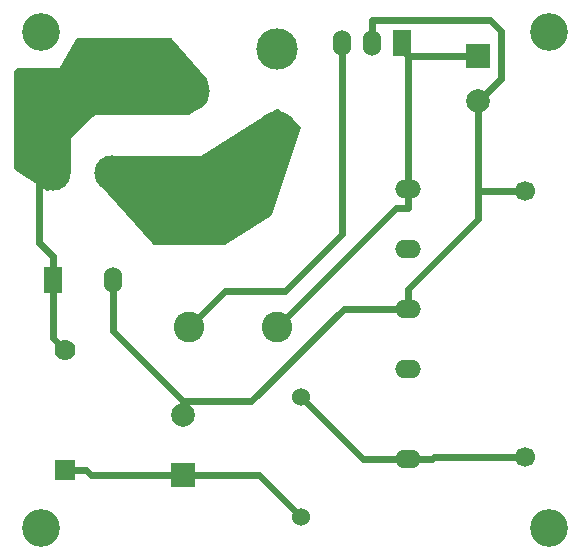
<source format=gbl>
G04 (created by PCBNEW-RS274X (2011-nov-30)-testing) date Mon 13 Aug 2012 02:38:31 PM CEST*
%MOIN*%
G04 Gerber Fmt 3.4, Leading zero omitted, Abs format*
%FSLAX34Y34*%
G01*
G70*
G90*
G04 APERTURE LIST*
%ADD10C,0.006*%
%ADD11C,0.06*%
%ADD12R,0.06X0.0866*%
%ADD13O,0.06X0.0866*%
%ADD14C,0.126*%
%ADD15C,0.1024*%
%ADD16C,0.1378*%
%ADD17C,0.07*%
%ADD18R,0.07X0.07*%
%ADD19R,0.0787X0.0787*%
%ADD20C,0.0787*%
%ADD21C,0.1181*%
%ADD22C,0.0669*%
%ADD23O,0.0866X0.06*%
%ADD24C,0.0236*%
%ADD25C,0.01*%
G04 APERTURE END LIST*
G54D10*
G54D11*
X19291Y-40583D03*
X19291Y-36583D03*
G54D12*
X22654Y-24803D03*
G54D13*
X21654Y-24803D03*
X20654Y-24803D03*
G54D14*
X10630Y-40945D03*
X27559Y-40945D03*
G54D15*
X18504Y-34252D03*
G54D16*
X18504Y-27756D03*
X18504Y-25000D03*
X15551Y-26378D03*
G54D15*
X15551Y-34252D03*
G54D17*
X11417Y-35008D03*
G54D18*
X11417Y-39008D03*
G54D19*
X25197Y-25234D03*
G54D20*
X25197Y-26734D03*
G54D19*
X15364Y-39189D03*
G54D20*
X15354Y-37189D03*
G54D21*
X12992Y-29134D03*
X11023Y-29134D03*
G54D22*
X26772Y-38583D03*
X26772Y-29725D03*
G54D23*
X22866Y-29646D03*
X22866Y-31646D03*
X22866Y-33646D03*
X22866Y-35646D03*
X22866Y-38646D03*
G54D14*
X27559Y-24409D03*
X10630Y-24409D03*
G54D12*
X11024Y-32677D03*
G54D13*
X13024Y-32677D03*
G54D24*
X11024Y-34615D02*
X11024Y-32677D01*
X11417Y-35008D02*
X11024Y-34615D01*
X10577Y-31440D02*
X11024Y-31887D01*
X10577Y-28797D02*
X10577Y-31440D01*
X11024Y-32677D02*
X11024Y-31887D01*
X15354Y-36727D02*
X15354Y-37189D01*
X13024Y-34397D02*
X15354Y-36727D01*
X13024Y-32677D02*
X13024Y-34397D01*
X25948Y-25983D02*
X25197Y-26734D01*
X25948Y-24378D02*
X25948Y-25983D01*
X25583Y-24013D02*
X25948Y-24378D01*
X21654Y-24013D02*
X25583Y-24013D01*
X21654Y-24803D02*
X21654Y-24013D01*
X20716Y-33646D02*
X22866Y-33646D01*
X17635Y-36727D02*
X20716Y-33646D01*
X15354Y-36727D02*
X17635Y-36727D01*
X22866Y-33646D02*
X22866Y-32989D01*
X26772Y-29725D02*
X25197Y-29725D01*
X25197Y-30658D02*
X25197Y-29725D01*
X22866Y-32989D02*
X25197Y-30658D01*
X25197Y-29725D02*
X25197Y-26734D01*
X22866Y-29646D02*
X22866Y-28989D01*
X22866Y-28989D02*
X22866Y-25234D01*
X25197Y-25234D02*
X22866Y-25234D01*
X22654Y-25022D02*
X22654Y-24803D01*
X22866Y-25234D02*
X22654Y-25022D01*
X22453Y-30303D02*
X22866Y-30303D01*
X18504Y-34252D02*
X22453Y-30303D01*
X22866Y-29646D02*
X22866Y-30303D01*
X20654Y-31163D02*
X20654Y-24803D01*
X18762Y-33055D02*
X20654Y-31163D01*
X16748Y-33055D02*
X18762Y-33055D01*
X15551Y-34252D02*
X16748Y-33055D01*
X21354Y-38646D02*
X19291Y-36583D01*
X22866Y-38646D02*
X21354Y-38646D01*
X23719Y-38583D02*
X23656Y-38646D01*
X26772Y-38583D02*
X23719Y-38583D01*
X22866Y-38646D02*
X23656Y-38646D01*
X11417Y-39008D02*
X12124Y-39008D01*
X12305Y-39189D02*
X15364Y-39189D01*
X12124Y-39008D02*
X12305Y-39189D01*
X17897Y-39189D02*
X19291Y-40583D01*
X15364Y-39189D02*
X17897Y-39189D01*
G54D10*
G36*
X19232Y-27577D02*
X18265Y-30479D01*
X16718Y-31446D01*
X14392Y-31446D01*
X12642Y-29502D01*
X12459Y-28951D01*
X12816Y-28593D01*
X15960Y-28593D01*
X18135Y-27209D01*
X18499Y-27027D01*
X19232Y-27577D01*
X19232Y-27577D01*
G37*
G54D25*
X19232Y-27577D02*
X18265Y-30479D01*
X16718Y-31446D01*
X14392Y-31446D01*
X12642Y-29502D01*
X12459Y-28951D01*
X12816Y-28593D01*
X15960Y-28593D01*
X18135Y-27209D01*
X18499Y-27027D01*
X19232Y-27577D01*
G54D10*
G36*
X16092Y-26745D02*
X15536Y-27115D01*
X12381Y-27115D01*
X11564Y-27932D01*
X11564Y-29109D01*
X10825Y-29663D01*
X9774Y-28962D01*
X9774Y-25730D01*
X9864Y-25641D01*
X11248Y-25641D01*
X11839Y-24656D01*
X14938Y-24656D01*
X16092Y-26002D01*
X16092Y-26745D01*
X16092Y-26745D01*
G37*
G54D25*
X16092Y-26745D02*
X15536Y-27115D01*
X12381Y-27115D01*
X11564Y-27932D01*
X11564Y-29109D01*
X10825Y-29663D01*
X9774Y-28962D01*
X9774Y-25730D01*
X9864Y-25641D01*
X11248Y-25641D01*
X11839Y-24656D01*
X14938Y-24656D01*
X16092Y-26002D01*
X16092Y-26745D01*
M02*

</source>
